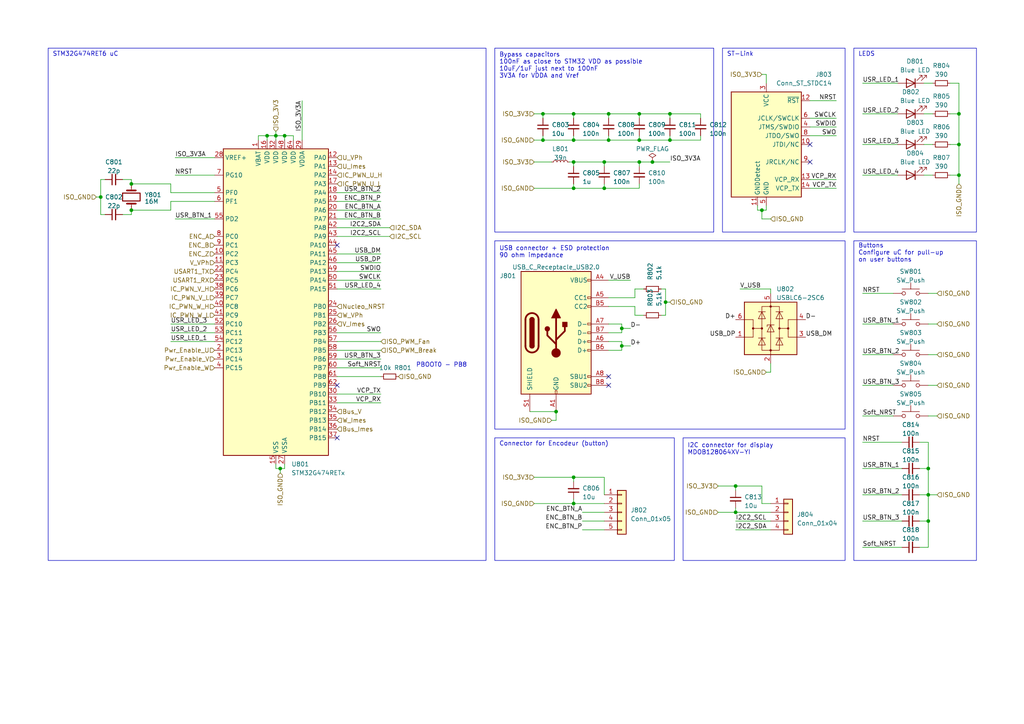
<source format=kicad_sch>
(kicad_sch (version 20230121) (generator eeschema)
  (paper "A4")
  (title_block (title "AAP Inverter") (date "2023-05-01") (company "ENSEA"))
  (lib_symbols
    (symbol "Connector:Conn_ST_STDC14"
      (property "Reference" "J" (at -8.89 16.51 0))
      (property "Value" "Conn_ST_STDC14" (at 17.78 16.51 0))
      (symbol "Conn_ST_STDC14_0_1"
        (rectangle (start -10.16 15.24) (end 10.16 -15.24) (stroke (width 0.254)) (fill (type background)))
      )
      (symbol "Conn_ST_STDC14_1_1"
        (pin no_connect line (at -10.16 5.08 0) (length 2.54) hide (name "NC") (number "1"))
        (pin output line (at 12.7 0 180) (length 2.54) (name "JTDI/NC") (number "10"))
        (pin passive line (at -2.54 -17.78 90) (length 2.54) (name "GNDDetect") (number "11"))
        (pin open_collector line (at 12.7 12.7 180) (length 2.54) (name "~{RST}") (number "12"))
        (pin output line (at 12.7 -10.16 180) (length 2.54) (name "VCP_RX") (number "13"))
        (pin input line (at 12.7 -12.7 180) (length 2.54) (name "VCP_TX") (number "14"))
        (pin no_connect line (at -10.16 2.54 0) (length 2.54) hide (name "NC") (number "2"))
        (pin power_in line (at 0 17.78 270) (length 2.54) (name "VCC") (number "3"))
        (pin bidirectional line (at 12.7 5.08 180) (length 2.54) (name "JTMS/SWDIO") (number "4"))
        (pin power_in line (at 0 -17.78 90) (length 2.54) (name "GND") (number "5"))
        (pin output line (at 12.7 7.62 180) (length 2.54) (name "JCLK/SWCLK") (number "6"))
        (pin passive line (at 0 -17.78 90) (length 2.54) hide (name "GND") (number "7"))
        (pin input line (at 12.7 2.54 180) (length 2.54) (name "JTDO/SWO") (number "8"))
        (pin input line (at 12.7 -5.08 180) (length 2.54) (name "JRCLK/NC") (number "9"))
      )
    )
    (symbol "Connector:USB_C_Receptacle_USB2.0" (pin_names (offset 1.016))
      (property "Reference" "J" (at -10.16 19.05 0))
      (property "Value" "USB_C_Receptacle_USB2.0" (at 19.05 19.05 0))
      (symbol "USB_C_Receptacle_USB2.0_0_0"
        (rectangle (start -0.254 -17.78) (end 0.254 -16.764))
        (rectangle (start 10.16 -14.986) (end 9.144 -15.494))
        (rectangle (start 10.16 -12.446) (end 9.144 -12.954))
        (rectangle (start 10.16 -4.826) (end 9.144 -5.334))
        (rectangle (start 10.16 -2.286) (end 9.144 -2.794))
        (rectangle (start 10.16 0.254) (end 9.144 -0.254))
        (rectangle (start 10.16 2.794) (end 9.144 2.286))
        (rectangle (start 10.16 7.874) (end 9.144 7.366))
        (rectangle (start 10.16 10.414) (end 9.144 9.906))
        (rectangle (start 10.16 15.494) (end 9.144 14.986))
      )
      (symbol "USB_C_Receptacle_USB2.0_0_1"
        (rectangle (start -10.16 17.78) (end 10.16 -17.78) (stroke (width 0.254)) (fill (type background)))
        (arc (start -8.89 -3.81) (mid -6.985 -5.7067) (end -5.08 -3.81) (stroke (width 0.508)))
        (arc (start -7.62 -3.81) (mid -6.985 -4.4423) (end -6.35 -3.81) (stroke (width 0.254)))
        (arc (start -7.62 -3.81) (mid -6.985 -4.4423) (end -6.35 -3.81) (stroke (width 0.254)) (fill (type outline)))
        (rectangle (start -7.62 -3.81) (end -6.35 3.81) (stroke (width 0.254)) (fill (type outline)))
        (arc (start -6.35 3.81) (mid -6.985 4.4423) (end -7.62 3.81) (stroke (width 0.254)))
        (arc (start -6.35 3.81) (mid -6.985 4.4423) (end -7.62 3.81) (stroke (width 0.254)) (fill (type outline)))
        (arc (start -5.08 3.81) (mid -6.985 5.7067) (end -8.89 3.81) (stroke (width 0.508)))
        (circle (center -2.54 1.143) (radius 0.635) (stroke (width 0.254)) (fill (type outline)))
        (circle (center 0 -5.842) (radius 1.27) (fill (type outline)))
        (polyline (pts (xy -8.89 -3.81) (xy -8.89 3.81)) (stroke (width 0.508)))
        (polyline (pts (xy -5.08 3.81) (xy -5.08 -3.81)) (stroke (width 0.508)))
        (polyline (pts (xy 0 -5.842) (xy 0 4.318)) (stroke (width 0.508)))
        (polyline (pts (xy 0 -3.302) (xy -2.54 -0.762) (xy -2.54 0.508)) (stroke (width 0.508)))
        (polyline (pts (xy 0 -2.032) (xy 2.54 0.508) (xy 2.54 1.778)) (stroke (width 0.508)))
        (polyline (pts (xy -1.27 4.318) (xy 0 6.858) (xy 1.27 4.318) (xy -1.27 4.318)) (stroke (width 0.254)) (fill (type outline)))
        (rectangle (start 1.905 1.778) (end 3.175 3.048) (stroke (width 0.254)) (fill (type outline)))
      )
      (symbol "USB_C_Receptacle_USB2.0_1_1"
        (pin passive line (at 0 -22.86 90) (length 5.08) (name "GND") (number "A1"))
        (pin passive line (at 0 -22.86 90) (length 5.08) hide (name "GND") (number "A12"))
        (pin passive line (at 15.24 15.24 180) (length 5.08) (name "VBUS") (number "A4"))
        (pin bidirectional line (at 15.24 10.16 180) (length 5.08) (name "CC1") (number "A5"))
        (pin bidirectional line (at 15.24 -2.54 180) (length 5.08) (name "D+") (number "A6"))
        (pin bidirectional line (at 15.24 2.54 180) (length 5.08) (name "D-") (number "A7"))
        (pin bidirectional line (at 15.24 -12.7 180) (length 5.08) (name "SBU1") (number "A8"))
        (pin passive line (at 15.24 15.24 180) (length 5.08) hide (name "VBUS") (number "A9"))
        (pin passive line (at 0 -22.86 90) (length 5.08) hide (name "GND") (number "B1"))
        (pin passive line (at 0 -22.86 90) (length 5.08) hide (name "GND") (number "B12"))
        (pin passive line (at 15.24 15.24 180) (length 5.08) hide (name "VBUS") (number "B4"))
        (pin bidirectional line (at 15.24 7.62 180) (length 5.08) (name "CC2") (number "B5"))
        (pin bidirectional line (at 15.24 -5.08 180) (length 5.08) (name "D+") (number "B6"))
        (pin bidirectional line (at 15.24 0 180) (length 5.08) (name "D-") (number "B7"))
        (pin bidirectional line (at 15.24 -15.24 180) (length 5.08) (name "SBU2") (number "B8"))
        (pin passive line (at 15.24 15.24 180) (length 5.08) hide (name "VBUS") (number "B9"))
        (pin passive line (at -7.62 -22.86 90) (length 5.08) (name "SHIELD") (number "S1"))
      )
    )
    (symbol "Connector_Generic:Conn_01x04" (pin_names (offset 1.016) hide)
      (property "Reference" "J" (at 0 5.08 0))
      (property "Value" "Conn_01x04" (at 0 -7.62 0))
      (symbol "Conn_01x04_1_1"
        (rectangle (start -1.27 -4.953) (end 0 -5.207) (stroke (width 0.1524)))
        (rectangle (start -1.27 -2.413) (end 0 -2.667) (stroke (width 0.1524)))
        (rectangle (start -1.27 0.127) (end 0 -0.127) (stroke (width 0.1524)))
        (rectangle (start -1.27 2.667) (end 0 2.413) (stroke (width 0.1524)))
        (rectangle (start -1.27 3.81) (end 1.27 -6.35) (stroke (width 0.254)) (fill (type background)))
        (pin passive line (at -5.08 2.54 0) (length 3.81) (name "Pin_1") (number "1"))
        (pin passive line (at -5.08 0 0) (length 3.81) (name "Pin_2") (number "2"))
        (pin passive line (at -5.08 -2.54 0) (length 3.81) (name "Pin_3") (number "3"))
        (pin passive line (at -5.08 -5.08 0) (length 3.81) (name "Pin_4") (number "4"))
      )
    )
    (symbol "Connector_Generic:Conn_01x05" (pin_names (offset 1.016) hide)
      (property "Reference" "J" (at 0 7.62 0))
      (property "Value" "Conn_01x05" (at 0 -7.62 0))
      (symbol "Conn_01x05_1_1"
        (rectangle (start -1.27 -4.953) (end 0 -5.207) (stroke (width 0.1524)))
        (rectangle (start -1.27 -2.413) (end 0 -2.667) (stroke (width 0.1524)))
        (rectangle (start -1.27 0.127) (end 0 -0.127) (stroke (width 0.1524)))
        (rectangle (start -1.27 2.667) (end 0 2.413) (stroke (width 0.1524)))
        (rectangle (start -1.27 5.207) (end 0 4.953) (stroke (width 0.1524)))
        (rectangle (start -1.27 6.35) (end 1.27 -6.35) (stroke (width 0.254)) (fill (type background)))
        (pin passive line (at -5.08 5.08 0) (length 3.81) (name "Pin_1") (number "1"))
        (pin passive line (at -5.08 2.54 0) (length 3.81) (name "Pin_2") (number "2"))
        (pin passive line (at -5.08 0 0) (length 3.81) (name "Pin_3") (number "3"))
        (pin passive line (at -5.08 -2.54 0) (length 3.81) (name "Pin_4") (number "4"))
        (pin passive line (at -5.08 -5.08 0) (length 3.81) (name "Pin_5") (number "5"))
      )
    )
    (symbol "Device:C_Small" (pin_numbers hide) (pin_names (offset 0.254) hide)
      (property "Reference" "C" (at 0.254 1.778 0))
      (property "Value" "C_Small" (at 0.254 -2.032 0))
      (symbol "C_Small_0_1"
        (polyline (pts (xy -1.524 -0.508) (xy 1.524 -0.508)) (stroke (width 0.3302)))
        (polyline (pts (xy -1.524 0.508) (xy 1.524 0.508)) (stroke (width 0.3048)))
      )
      (symbol "C_Small_1_1"
        (pin passive line (at 0 2.54 270) (length 2.032) (name "~") (number "1"))
        (pin passive line (at 0 -2.54 90) (length 2.032) (name "~") (number "2"))
      )
    )
    (symbol "Device:Crystal" (pin_numbers hide) (pin_names (offset 1.016) hide)
      (property "Reference" "Y" (at 0 3.81 0))
      (property "Value" "Crystal" (at 0 -3.81 0))
      (symbol "Crystal_0_1"
        (rectangle (start -1.143 2.54) (end 1.143 -2.54) (stroke (width 0.3048)))
        (polyline (pts (xy -2.54 0) (xy -1.905 0)))
        (polyline (pts (xy -1.905 -1.27) (xy -1.905 1.27)) (stroke (width 0.508)))
        (polyline (pts (xy 1.905 -1.27) (xy 1.905 1.27)) (stroke (width 0.508)))
        (polyline (pts (xy 2.54 0) (xy 1.905 0)))
      )
      (symbol "Crystal_1_1"
        (pin passive line (at -3.81 0 0) (length 1.27) (name "1") (number "1"))
        (pin passive line (at 3.81 0 180) (length 1.27) (name "2") (number "2"))
      )
    )
    (symbol "Device:LED" (pin_numbers hide) (pin_names (offset 1.016) hide)
      (property "Reference" "D" (at 0 2.54 0))
      (property "Value" "LED" (at 0 -2.54 0))
      (symbol "LED_0_1"
        (polyline (pts (xy -1.27 -1.27) (xy -1.27 1.27)) (stroke (width 0.254)))
        (polyline (pts (xy -1.27 0) (xy 1.27 0)))
        (polyline (pts (xy 1.27 -1.27) (xy 1.27 1.27) (xy -1.27 0) (xy 1.27 -1.27)) (stroke (width 0.254)))
        (polyline (pts (xy -3.048 -0.762) (xy -4.572 -2.286) (xy -3.81 -2.286) (xy -4.572 -2.286) (xy -4.572 -1.524)))
        (polyline (pts (xy -1.778 -0.762) (xy -3.302 -2.286) (xy -2.54 -2.286) (xy -3.302 -2.286) (xy -3.302 -1.524)))
      )
      (symbol "LED_1_1"
        (pin passive line (at -3.81 0 0) (length 2.54) (name "K") (number "1"))
        (pin passive line (at 3.81 0 180) (length 2.54) (name "A") (number "2"))
      )
    )
    (symbol "Device:L_Small" (pin_numbers hide) (pin_names (offset 0.254) hide)
      (property "Reference" "L" (at 0.762 1.016 0))
      (property "Value" "L_Small" (at 0.762 -1.016 0))
      (symbol "L_Small_0_1"
        (arc (start 0 -2.032) (mid 0.5058 -1.524) (end 0 -1.016))
        (arc (start 0 -1.016) (mid 0.5058 -0.508) (end 0 0))
        (arc (start 0 0) (mid 0.5058 0.508) (end 0 1.016))
        (arc (start 0 1.016) (mid 0.5058 1.524) (end 0 2.032))
      )
      (symbol "L_Small_1_1"
        (pin passive line (at 0 2.54 270) (length 0.508) (name "~") (number "1"))
        (pin passive line (at 0 -2.54 90) (length 0.508) (name "~") (number "2"))
      )
    )
    (symbol "Device:R_Small" (pin_numbers hide) (pin_names (offset 0.254) hide)
      (property "Reference" "R" (at 0.762 0.508 0))
      (property "Value" "R_Small" (at 0.762 -1.016 0))
      (symbol "R_Small_0_1"
        (rectangle (start -0.762 1.778) (end 0.762 -1.778) (stroke (width 0.2032)))
      )
      (symbol "R_Small_1_1"
        (pin passive line (at 0 2.54 270) (length 0.762) (name "~") (number "1"))
        (pin passive line (at 0 -2.54 90) (length 0.762) (name "~") (number "2"))
      )
    )
    (symbol "MCU_ST_STM32G4:STM32G474RETx"
      (property "Reference" "U" (at -15.24 46.99 0))
      (property "Value" "STM32G474RETx" (at 10.16 46.99 0))
      (symbol "STM32G474RETx_0_1"
        (rectangle (start -15.24 -43.18) (end 15.24 45.72) (stroke (width 0.254)) (fill (type background)))
      )
      (symbol "STM32G474RETx_1_1"
        (pin power_in line (at -5.08 48.26 270) (length 2.54) (name "VBAT") (number "1"))
        (pin bidirectional line (at -17.78 15.24 0) (length 2.54) (name "PC2") (number "10"))
        (pin bidirectional line (at -17.78 12.7 0) (length 2.54) (name "PC3") (number "11"))
        (pin bidirectional line (at 17.78 43.18 180) (length 2.54) (name "PA0") (number "12"))
        (pin bidirectional line (at 17.78 40.64 180) (length 2.54) (name "PA1") (number "13"))
        (pin bidirectional line (at 17.78 38.1 180) (length 2.54) (name "PA2") (number "14"))
        (pin power_in line (at 0 -45.72 90) (length 2.54) (name "VSS") (number "15"))
        (pin power_in line (at -2.54 48.26 270) (length 2.54) (name "VDD") (number "16"))
        (pin bidirectional line (at 17.78 35.56 180) (length 2.54) (name "PA3") (number "17"))
        (pin bidirectional line (at 17.78 33.02 180) (length 2.54) (name "PA4") (number "18"))
        (pin bidirectional line (at 17.78 30.48 180) (length 2.54) (name "PA5") (number "19"))
        (pin bidirectional line (at -17.78 -12.7 0) (length 2.54) (name "PC13") (number "2"))
        (pin bidirectional line (at 17.78 27.94 180) (length 2.54) (name "PA6") (number "20"))
        (pin bidirectional line (at 17.78 25.4 180) (length 2.54) (name "PA7") (number "21"))
        (pin bidirectional line (at -17.78 10.16 0) (length 2.54) (name "PC4") (number "22"))
        (pin bidirectional line (at -17.78 7.62 0) (length 2.54) (name "PC5") (number "23"))
        (pin bidirectional line (at 17.78 0 180) (length 2.54) (name "PB0") (number "24"))
        (pin bidirectional line (at 17.78 -2.54 180) (length 2.54) (name "PB1") (number "25"))
        (pin bidirectional line (at 17.78 -5.08 180) (length 2.54) (name "PB2") (number "26"))
        (pin power_in line (at 2.54 -45.72 90) (length 2.54) (name "VSSA") (number "27"))
        (pin input line (at -17.78 43.18 0) (length 2.54) (name "VREF+") (number "28"))
        (pin power_in line (at 7.62 48.26 270) (length 2.54) (name "VDDA") (number "29"))
        (pin bidirectional line (at -17.78 -15.24 0) (length 2.54) (name "PC14") (number "3"))
        (pin bidirectional line (at 17.78 -25.4 180) (length 2.54) (name "PB10") (number "30"))
        (pin passive line (at 0 -45.72 90) (length 2.54) hide (name "VSS") (number "31"))
        (pin power_in line (at 0 48.26 270) (length 2.54) (name "VDD") (number "32"))
        (pin bidirectional line (at 17.78 -27.94 180) (length 2.54) (name "PB11") (number "33"))
        (pin bidirectional line (at 17.78 -30.48 180) (length 2.54) (name "PB12") (number "34"))
        (pin bidirectional line (at 17.78 -33.02 180) (length 2.54) (name "PB13") (number "35"))
        (pin bidirectional line (at 17.78 -35.56 180) (length 2.54) (name "PB14") (number "36"))
        (pin bidirectional line (at 17.78 -38.1 180) (length 2.54) (name "PB15") (number "37"))
        (pin bidirectional line (at -17.78 5.08 0) (length 2.54) (name "PC6") (number "38"))
        (pin bidirectional line (at -17.78 2.54 0) (length 2.54) (name "PC7") (number "39"))
        (pin bidirectional line (at -17.78 -17.78 0) (length 2.54) (name "PC15") (number "4"))
        (pin bidirectional line (at -17.78 0 0) (length 2.54) (name "PC8") (number "40"))
        (pin bidirectional line (at -17.78 -2.54 0) (length 2.54) (name "PC9") (number "41"))
        (pin bidirectional line (at 17.78 22.86 180) (length 2.54) (name "PA8") (number "42"))
        (pin bidirectional line (at 17.78 20.32 180) (length 2.54) (name "PA9") (number "43"))
        (pin bidirectional line (at 17.78 17.78 180) (length 2.54) (name "PA10") (number "44"))
        (pin bidirectional line (at 17.78 15.24 180) (length 2.54) (name "PA11") (number "45"))
        (pin bidirectional line (at 17.78 12.7 180) (length 2.54) (name "PA12") (number "46"))
        (pin passive line (at 0 -45.72 90) (length 2.54) hide (name "VSS") (number "47"))
        (pin power_in line (at 2.54 48.26 270) (length 2.54) (name "VDD") (number "48"))
        (pin bidirectional line (at 17.78 10.16 180) (length 2.54) (name "PA13") (number "49"))
        (pin bidirectional line (at -17.78 33.02 0) (length 2.54) (name "PF0") (number "5"))
        (pin bidirectional line (at 17.78 7.62 180) (length 2.54) (name "PA14") (number "50"))
        (pin bidirectional line (at 17.78 5.08 180) (length 2.54) (name "PA15") (number "51"))
        (pin bidirectional line (at -17.78 -5.08 0) (length 2.54) (name "PC10") (number "52"))
        (pin bidirectional line (at -17.78 -7.62 0) (length 2.54) (name "PC11") (number "53"))
        (pin bidirectional line (at -17.78 -10.16 0) (length 2.54) (name "PC12") (number "54"))
        (pin bidirectional line (at -17.78 25.4 0) (length 2.54) (name "PD2") (number "55"))
        (pin bidirectional line (at 17.78 -7.62 180) (length 2.54) (name "PB3") (number "56"))
        (pin bidirectional line (at 17.78 -10.16 180) (length 2.54) (name "PB4") (number "57"))
        (pin bidirectional line (at 17.78 -12.7 180) (length 2.54) (name "PB5") (number "58"))
        (pin bidirectional line (at 17.78 -15.24 180) (length 2.54) (name "PB6") (number "59"))
        (pin bidirectional line (at -17.78 30.48 0) (length 2.54) (name "PF1") (number "6"))
        (pin bidirectional line (at 17.78 -17.78 180) (length 2.54) (name "PB7") (number "60"))
        (pin bidirectional line (at 17.78 -20.32 180) (length 2.54) (name "PB8") (number "61"))
        (pin bidirectional line (at 17.78 -22.86 180) (length 2.54) (name "PB9") (number "62"))
        (pin passive line (at 0 -45.72 90) (length 2.54) hide (name "VSS") (number "63"))
        (pin power_in line (at 5.08 48.26 270) (length 2.54) (name "VDD") (number "64"))
        (pin bidirectional line (at -17.78 38.1 0) (length 2.54) (name "PG10") (number "7"))
        (pin bidirectional line (at -17.78 20.32 0) (length 2.54) (name "PC0") (number "8"))
        (pin bidirectional line (at -17.78 17.78 0) (length 2.54) (name "PC1") (number "9"))
      )
    )
    (symbol "Power_Protection:USBLC6-2SC6" (pin_names hide)
      (property "Reference" "U" (at 2.54 8.89 0))
      (property "Value" "USBLC6-2SC6" (at 2.54 -8.89 0))
      (symbol "USBLC6-2SC6_0_1"
        (rectangle (start -7.62 -7.62) (end 7.62 7.62) (stroke (width 0.254)) (fill (type background)))
        (circle (center -5.08 0) (radius 0.254) (fill (type outline)))
        (circle (center -2.54 0) (radius 0.254) (fill (type outline)))
        (rectangle (start -2.54 6.35) (end 2.54 -6.35))
        (circle (center 0 -6.35) (radius 0.254) (fill (type outline)))
        (polyline (pts (xy -5.08 -2.54) (xy -7.62 -2.54)))
        (polyline (pts (xy -5.08 0) (xy -5.08 -2.54)))
        (polyline (pts (xy -5.08 2.54) (xy -7.62 2.54)))
        (polyline (pts (xy -1.524 -2.794) (xy -3.556 -2.794)))
        (polyline (pts (xy -1.524 4.826) (xy -3.556 4.826)))
        (polyline (pts (xy 0 -7.62) (xy 0 -6.35)))
        (polyline (pts (xy 0 -6.35) (xy 0 1.27)))
        (polyline (pts (xy 0 1.27) (xy 0 6.35)))
        (polyline (pts (xy 0 6.35) (xy 0 7.62)))
        (polyline (pts (xy 1.524 -2.794) (xy 3.556 -2.794)))
        (polyline (pts (xy 1.524 4.826) (xy 3.556 4.826)))
        (polyline (pts (xy 5.08 -2.54) (xy 7.62 -2.54)))
        (polyline (pts (xy 5.08 0) (xy 5.08 -2.54)))
        (polyline (pts (xy 5.08 2.54) (xy 7.62 2.54)))
        (polyline (pts (xy -2.54 0) (xy -5.08 0) (xy -5.08 2.54)))
        (polyline (pts (xy 2.54 0) (xy 5.08 0) (xy 5.08 2.54)))
        (polyline (pts (xy -3.556 -4.826) (xy -1.524 -4.826) (xy -2.54 -2.794) (xy -3.556 -4.826)))
        (polyline (pts (xy -3.556 2.794) (xy -1.524 2.794) (xy -2.54 4.826) (xy -3.556 2.794)))
        (polyline (pts (xy -1.016 -1.016) (xy 1.016 -1.016) (xy 0 1.016) (xy -1.016 -1.016)))
        (polyline (pts (xy 1.016 1.016) (xy 0.762 1.016) (xy -1.016 1.016) (xy -1.016 0.508)))
        (polyline (pts (xy 3.556 -4.826) (xy 1.524 -4.826) (xy 2.54 -2.794) (xy 3.556 -4.826)))
        (polyline (pts (xy 3.556 2.794) (xy 1.524 2.794) (xy 2.54 4.826) (xy 3.556 2.794)))
        (circle (center 0 6.35) (radius 0.254) (fill (type outline)))
        (circle (center 2.54 0) (radius 0.254) (fill (type outline)))
        (circle (center 5.08 0) (radius 0.254) (fill (type outline)))
      )
      (symbol "USBLC6-2SC6_1_1"
        (pin passive line (at -10.16 -2.54 0) (length 2.54) (name "I/O1") (number "1"))
        (pin passive line (at 0 -10.16 90) (length 2.54) (name "GND") (number "2"))
        (pin passive line (at 10.16 -2.54 180) (length 2.54) (name "I/O2") (number "3"))
        (pin passive line (at 10.16 2.54 180) (length 2.54) (name "I/O2") (number "4"))
        (pin passive line (at 0 10.16 270) (length 2.54) (name "VBUS") (number "5"))
        (pin passive line (at -10.16 2.54 0) (length 2.54) (name "I/O1") (number "6"))
      )
    )
    (symbol "Switch:SW_Push" (pin_numbers hide) (pin_names (offset 1.016) hide)
      (property "Reference" "SW" (at 1.27 2.54 0))
      (property "Value" "SW_Push" (at 0 -1.524 0))
      (symbol "SW_Push_0_1"
        (circle (center -2.032 0) (radius 0.508))
        (polyline (pts (xy 0 1.27) (xy 0 3.048)))
        (polyline (pts (xy 2.54 1.27) (xy -2.54 1.27)))
        (circle (center 2.032 0) (radius 0.508))
        (pin passive line (at -5.08 0 0) (length 2.54) (name "1") (number "1"))
        (pin passive line (at 5.08 0 180) (length 2.54) (name "2") (number "2"))
      )
    )
    (symbol "power:PWR_FLAG" (power) (pin_numbers hide) (pin_names (offset 0) hide)
      (property "Value" "PWR_FLAG" (at 0 3.81 0))
      (symbol "PWR_FLAG_0_0"
        (pin power_out line (at 0 0 90) (length 0) (name "pwr") (number "1"))
      )
      (symbol "PWR_FLAG_0_1"
        (polyline (pts (xy 0 0) (xy 0 1.27) (xy -1.016 1.905) (xy 0 2.54) (xy 1.016 1.905) (xy 0 1.27)))
      )
    )
  )
  (junction (at 161.29 119.38))
  (junction (at 175.26 46.99))
  (junction (at 180.34 100.33))
  (junction (at 77.47 39.37))
  (junction (at 193.04 87.63))
  (junction (at 269.24 151.13))
  (junction (at 38.1 60.96))
  (junction (at 269.24 135.89))
  (junction (at 29.21 57.15))
  (junction (at 213.36 148.59))
  (junction (at 180.34 95.25))
  (junction (at 185.42 33.02))
  (junction (at 220.98 60.96))
  (junction (at 166.37 46.99))
  (junction (at 278.13 33.02))
  (junction (at 166.37 146.05))
  (junction (at 278.13 50.8))
  (junction (at 194.31 40.64))
  (junction (at 175.26 54.61))
  (junction (at 166.37 40.64))
  (junction (at 166.37 138.43))
  (junction (at 81.28 135.89))
  (junction (at 185.42 46.99))
  (junction (at 38.1 53.34))
  (junction (at 176.53 33.02))
  (junction (at 189.23 46.99))
  (junction (at 82.55 39.37))
  (junction (at 166.37 54.61))
  (junction (at 194.31 33.02))
  (junction (at 157.48 40.64))
  (junction (at 269.24 143.51))
  (junction (at 176.53 40.64))
  (junction (at 185.42 40.64))
  (junction (at 166.37 33.02))
  (junction (at 80.01 39.37))
  (junction (at 157.48 33.02))
  (junction (at 278.13 41.91))
  (junction (at 213.36 140.97))
  (no_connect (at 97.79 111.76))
  (no_connect (at 234.95 46.99))
  (no_connect (at 97.79 71.12))
  (no_connect (at 97.79 127))
  (no_connect (at 176.53 111.76))
  (no_connect (at 176.53 109.22))
  (no_connect (at 234.95 41.91))
  (wire (pts (xy 208.28 140.97) (xy 213.36 140.97)))
  (wire (pts (xy 194.31 33.02) (xy 194.31 34.29)))
  (wire (pts (xy 220.98 63.5) (xy 220.98 60.96)))
  (wire (pts (xy 80.01 38.1) (xy 80.01 39.37)))
  (wire (pts (xy 250.19 143.51) (xy 261.62 143.51)))
  (wire (pts (xy 97.79 55.88) (xy 110.49 55.88)))
  (wire (pts (xy 250.19 128.27) (xy 261.62 128.27)))
  (wire (pts (xy 161.29 119.38) (xy 161.29 121.92)))
  (wire (pts (xy 49.53 55.88) (xy 62.23 55.88)))
  (wire (pts (xy 185.42 53.34) (xy 185.42 54.61)))
  (wire (pts (xy 50.8 45.72) (xy 62.23 45.72)))
  (wire (pts (xy 203.2 33.02) (xy 203.2 34.29)))
  (wire (pts (xy 250.19 41.91) (xy 260.35 41.91)))
  (wire (pts (xy 175.26 46.99) (xy 185.42 46.99)))
  (wire (pts (xy 275.59 41.91) (xy 278.13 41.91)))
  (wire (pts (xy 266.7 158.75) (xy 269.24 158.75)))
  (wire (pts (xy 154.94 146.05) (xy 166.37 146.05)))
  (wire (pts (xy 269.24 120.65) (xy 271.78 120.65)))
  (wire (pts (xy 269.24 143.51) (xy 269.24 135.89)))
  (wire (pts (xy 175.26 53.34) (xy 175.26 54.61)))
  (wire (pts (xy 49.53 96.52) (xy 62.23 96.52)))
  (wire (pts (xy 176.53 81.28) (xy 182.88 81.28)))
  (wire (pts (xy 110.49 99.06) (xy 97.79 99.06)))
  (wire (pts (xy 269.24 111.76) (xy 271.78 111.76)))
  (wire (pts (xy 175.26 54.61) (xy 166.37 54.61)))
  (wire (pts (xy 213.36 140.97) (xy 213.36 142.24)))
  (wire (pts (xy 269.24 128.27) (xy 266.7 128.27)))
  (wire (pts (xy 275.59 33.02) (xy 278.13 33.02)))
  (wire (pts (xy 269.24 158.75) (xy 269.24 151.13)))
  (wire (pts (xy 80.01 39.37) (xy 80.01 40.64)))
  (wire (pts (xy 110.49 104.14) (xy 97.79 104.14)))
  (wire (pts (xy 97.79 78.74) (xy 110.49 78.74)))
  (wire (pts (xy 157.48 33.02) (xy 166.37 33.02)))
  (wire (pts (xy 180.34 99.06) (xy 180.34 100.33)))
  (wire (pts (xy 194.31 33.02) (xy 203.2 33.02)))
  (wire (pts (xy 166.37 144.78) (xy 166.37 146.05)))
  (wire (pts (xy 38.1 53.34) (xy 38.1 52.07)))
  (wire (pts (xy 271.78 85.09) (xy 269.24 85.09)))
  (wire (pts (xy 97.79 116.84) (xy 110.49 116.84)))
  (wire (pts (xy 166.37 40.64) (xy 157.48 40.64)))
  (wire (pts (xy 50.8 50.8) (xy 62.23 50.8)))
  (wire (pts (xy 74.93 40.64) (xy 74.93 39.37)))
  (wire (pts (xy 193.04 83.82) (xy 191.77 83.82)))
  (wire (pts (xy 213.36 153.67) (xy 223.52 153.67)))
  (wire (pts (xy 176.53 96.52) (xy 180.34 96.52)))
  (wire (pts (xy 234.95 52.07) (xy 242.57 52.07)))
  (wire (pts (xy 220.98 21.59) (xy 222.25 21.59)))
  (wire (pts (xy 194.31 87.63) (xy 193.04 87.63)))
  (wire (pts (xy 97.79 73.66) (xy 110.49 73.66)))
  (wire (pts (xy 250.19 120.65) (xy 259.08 120.65)))
  (wire (pts (xy 267.97 33.02) (xy 270.51 33.02)))
  (wire (pts (xy 166.37 39.37) (xy 166.37 40.64)))
  (wire (pts (xy 175.26 151.13) (xy 168.91 151.13)))
  (wire (pts (xy 176.53 99.06) (xy 180.34 99.06)))
  (wire (pts (xy 269.24 151.13) (xy 269.24 143.51)))
  (wire (pts (xy 180.34 93.98) (xy 180.34 95.25)))
  (wire (pts (xy 234.95 39.37) (xy 242.57 39.37)))
  (wire (pts (xy 213.36 140.97) (xy 220.98 140.97)))
  (wire (pts (xy 184.15 91.44) (xy 184.15 88.9)))
  (wire (pts (xy 278.13 24.13) (xy 278.13 33.02)))
  (wire (pts (xy 250.19 33.02) (xy 260.35 33.02)))
  (wire (pts (xy 176.53 39.37) (xy 176.53 40.64)))
  (wire (pts (xy 193.04 91.44) (xy 193.04 87.63)))
  (wire (pts (xy 220.98 60.96) (xy 222.25 60.96)))
  (wire (pts (xy 234.95 36.83) (xy 242.57 36.83)))
  (wire (pts (xy 29.21 62.23) (xy 30.48 62.23)))
  (wire (pts (xy 269.24 102.87) (xy 271.78 102.87)))
  (wire (pts (xy 275.59 50.8) (xy 278.13 50.8)))
  (wire (pts (xy 222.25 21.59) (xy 222.25 24.13)))
  (wire (pts (xy 82.55 39.37) (xy 85.09 39.37)))
  (wire (pts (xy 49.53 60.96) (xy 38.1 60.96)))
  (wire (pts (xy 38.1 60.96) (xy 38.1 62.23)))
  (wire (pts (xy 166.37 53.34) (xy 166.37 54.61)))
  (wire (pts (xy 27.94 57.15) (xy 29.21 57.15)))
  (wire (pts (xy 250.19 93.98) (xy 259.08 93.98)))
  (wire (pts (xy 35.56 52.07) (xy 38.1 52.07)))
  (wire (pts (xy 214.63 83.82) (xy 223.52 83.82)))
  (wire (pts (xy 110.49 83.82) (xy 97.79 83.82)))
  (wire (pts (xy 154.94 46.99) (xy 160.02 46.99)))
  (wire (pts (xy 222.25 59.69) (xy 222.25 60.96)))
  (wire (pts (xy 97.79 60.96) (xy 110.49 60.96)))
  (wire (pts (xy 81.28 135.89) (xy 81.28 137.16)))
  (wire (pts (xy 266.7 135.89) (xy 269.24 135.89)))
  (wire (pts (xy 219.71 60.96) (xy 219.71 59.69)))
  (wire (pts (xy 161.29 121.92) (xy 160.02 121.92)))
  (wire (pts (xy 191.77 91.44) (xy 193.04 91.44)))
  (wire (pts (xy 269.24 93.98) (xy 271.78 93.98)))
  (wire (pts (xy 49.53 93.98) (xy 62.23 93.98)))
  (wire (pts (xy 175.26 148.59) (xy 168.91 148.59)))
  (wire (pts (xy 275.59 24.13) (xy 278.13 24.13)))
  (wire (pts (xy 185.42 33.02) (xy 194.31 33.02)))
  (wire (pts (xy 50.8 63.5) (xy 62.23 63.5)))
  (wire (pts (xy 250.19 50.8) (xy 260.35 50.8)))
  (wire (pts (xy 175.26 54.61) (xy 185.42 54.61)))
  (wire (pts (xy 97.79 114.3) (xy 110.49 114.3)))
  (wire (pts (xy 154.94 54.61) (xy 166.37 54.61)))
  (wire (pts (xy 175.26 153.67) (xy 168.91 153.67)))
  (wire (pts (xy 85.09 39.37) (xy 85.09 40.64)))
  (wire (pts (xy 49.53 53.34) (xy 38.1 53.34)))
  (wire (pts (xy 166.37 46.99) (xy 175.26 46.99)))
  (wire (pts (xy 180.34 100.33) (xy 182.88 100.33)))
  (wire (pts (xy 185.42 39.37) (xy 185.42 40.64)))
  (wire (pts (xy 185.42 48.26) (xy 185.42 46.99)))
  (wire (pts (xy 110.49 106.68) (xy 97.79 106.68)))
  (wire (pts (xy 250.19 85.09) (xy 259.08 85.09)))
  (wire (pts (xy 269.24 135.89) (xy 269.24 128.27)))
  (wire (pts (xy 166.37 33.02) (xy 166.37 34.29)))
  (wire (pts (xy 185.42 46.99) (xy 189.23 46.99)))
  (wire (pts (xy 157.48 40.64) (xy 157.48 39.37)))
  (wire (pts (xy 176.53 88.9) (xy 184.15 88.9)))
  (wire (pts (xy 82.55 134.62) (xy 82.55 135.89)))
  (wire (pts (xy 213.36 151.13) (xy 223.52 151.13)))
  (wire (pts (xy 267.97 24.13) (xy 270.51 24.13)))
  (wire (pts (xy 213.36 147.32) (xy 213.36 148.59)))
  (wire (pts (xy 180.34 93.98) (xy 176.53 93.98)))
  (wire (pts (xy 81.28 135.89) (xy 82.55 135.89)))
  (wire (pts (xy 234.95 54.61) (xy 242.57 54.61)))
  (wire (pts (xy 80.01 134.62) (xy 80.01 135.89)))
  (wire (pts (xy 110.49 109.22) (xy 97.79 109.22)))
  (wire (pts (xy 222.25 107.95) (xy 223.52 107.95)))
  (wire (pts (xy 250.19 158.75) (xy 261.62 158.75)))
  (wire (pts (xy 97.79 96.52) (xy 110.49 96.52)))
  (wire (pts (xy 213.36 148.59) (xy 223.52 148.59)))
  (wire (pts (xy 267.97 50.8) (xy 270.51 50.8)))
  (wire (pts (xy 266.7 143.51) (xy 269.24 143.51)))
  (wire (pts (xy 49.53 58.42) (xy 62.23 58.42)))
  (wire (pts (xy 49.53 99.06) (xy 62.23 99.06)))
  (wire (pts (xy 180.34 95.25) (xy 182.88 95.25)))
  (wire (pts (xy 29.21 57.15) (xy 29.21 62.23)))
  (wire (pts (xy 29.21 52.07) (xy 29.21 57.15)))
  (wire (pts (xy 97.79 66.04) (xy 113.03 66.04)))
  (wire (pts (xy 166.37 138.43) (xy 166.37 139.7)))
  (wire (pts (xy 223.52 83.82) (xy 223.52 85.09)))
  (wire (pts (xy 234.95 34.29) (xy 242.57 34.29)))
  (wire (pts (xy 176.53 33.02) (xy 176.53 34.29)))
  (wire (pts (xy 189.23 46.99) (xy 194.31 46.99)))
  (wire (pts (xy 267.97 41.91) (xy 270.51 41.91)))
  (wire (pts (xy 176.53 101.6) (xy 180.34 101.6)))
  (wire (pts (xy 30.48 52.07) (xy 29.21 52.07)))
  (wire (pts (xy 176.53 86.36) (xy 184.15 86.36)))
  (wire (pts (xy 166.37 48.26) (xy 166.37 46.99)))
  (wire (pts (xy 175.26 46.99) (xy 175.26 48.26)))
  (wire (pts (xy 220.98 60.96) (xy 219.71 60.96)))
  (wire (pts (xy 166.37 40.64) (xy 176.53 40.64)))
  (wire (pts (xy 278.13 41.91) (xy 278.13 50.8)))
  (wire (pts (xy 49.53 55.88) (xy 49.53 53.34)))
  (wire (pts (xy 278.13 33.02) (xy 278.13 41.91)))
  (wire (pts (xy 250.19 151.13) (xy 261.62 151.13)))
  (wire (pts (xy 97.79 63.5) (xy 110.49 63.5)))
  (wire (pts (xy 97.79 81.28) (xy 110.49 81.28)))
  (wire (pts (xy 97.79 76.2) (xy 110.49 76.2)))
  (wire (pts (xy 157.48 34.29) (xy 157.48 33.02)))
  (wire (pts (xy 166.37 138.43) (xy 175.26 138.43)))
  (wire (pts (xy 266.7 151.13) (xy 269.24 151.13)))
  (wire (pts (xy 74.93 39.37) (xy 77.47 39.37)))
  (wire (pts (xy 223.52 63.5) (xy 220.98 63.5)))
  (wire (pts (xy 194.31 39.37) (xy 194.31 40.64)))
  (wire (pts (xy 184.15 91.44) (xy 186.69 91.44)))
  (wire (pts (xy 250.19 102.87) (xy 259.08 102.87)))
  (wire (pts (xy 97.79 58.42) (xy 110.49 58.42)))
  (wire (pts (xy 203.2 39.37) (xy 203.2 40.64)))
  (wire (pts (xy 185.42 40.64) (xy 194.31 40.64)))
  (wire (pts (xy 250.19 24.13) (xy 260.35 24.13)))
  (wire (pts (xy 77.47 39.37) (xy 80.01 39.37)))
  (wire (pts (xy 176.53 33.02) (xy 185.42 33.02)))
  (wire (pts (xy 166.37 33.02) (xy 176.53 33.02)))
  (wire (pts (xy 80.01 39.37) (xy 82.55 39.37)))
  (wire (pts (xy 220.98 140.97) (xy 220.98 146.05)))
  (wire (pts (xy 208.28 148.59) (xy 213.36 148.59)))
  (wire (pts (xy 35.56 62.23) (xy 38.1 62.23)))
  (wire (pts (xy 153.67 119.38) (xy 161.29 119.38)))
  (wire (pts (xy 184.15 86.36) (xy 184.15 83.82)))
  (wire (pts (xy 166.37 146.05) (xy 175.26 146.05)))
  (wire (pts (xy 184.15 83.82) (xy 186.69 83.82)))
  (wire (pts (xy 82.55 39.37) (xy 82.55 40.64)))
  (wire (pts (xy 250.19 111.76) (xy 259.08 111.76)))
  (wire (pts (xy 203.2 40.64) (xy 194.31 40.64)))
  (wire (pts (xy 77.47 40.64) (xy 77.47 39.37)))
  (wire (pts (xy 250.19 135.89) (xy 261.62 135.89)))
  (wire (pts (xy 234.95 29.21) (xy 242.57 29.21)))
  (wire (pts (xy 269.24 143.51) (xy 271.78 143.51)))
  (wire (pts (xy 180.34 95.25) (xy 180.34 96.52)))
  (wire (pts (xy 220.98 146.05) (xy 223.52 146.05)))
  (wire (pts (xy 80.01 135.89) (xy 81.28 135.89)))
  (wire (pts (xy 176.53 40.64) (xy 185.42 40.64)))
  (wire (pts (xy 166.37 46.99) (xy 165.1 46.99)))
  (wire (pts (xy 175.26 138.43) (xy 175.26 143.51)))
  (wire (pts (xy 154.94 138.43) (xy 166.37 138.43)))
  (wire (pts (xy 185.42 33.02) (xy 185.42 34.29)))
  (wire (pts (xy 193.04 87.63) (xy 193.04 83.82)))
  (wire (pts (xy 154.94 40.64) (xy 157.48 40.64)))
  (wire (pts (xy 97.79 68.58) (xy 113.03 68.58)))
  (wire (pts (xy 110.49 101.6) (xy 97.79 101.6)))
  (wire (pts (xy 180.34 100.33) (xy 180.34 101.6)))
  (wire (pts (xy 154.94 33.02) (xy 157.48 33.02)))
  (wire (pts (xy 49.53 58.42) (xy 49.53 60.96)))
  (wire (pts (xy 223.52 107.95) (xy 223.52 105.41)))
  (wire (pts (xy 87.63 29.21) (xy 87.63 40.64)))
  (wire (pts (xy 278.13 50.8) (xy 278.13 53.34)))
  (rectangle (start 13.97 13.97) (end 140.97 162.56))
  (rectangle (start 143.51 127) (end 195.58 162.56))
  (rectangle (start 143.51 13.97) (end 207.01 67.31))
  (rectangle (start 247.65 69.85) (end 283.21 162.56))
  (rectangle (start 247.65 13.97) (end 283.21 67.31))
  (rectangle (start 209.55 13.97) (end 245.11 67.31))
  (rectangle (start 143.51 69.85) (end 245.11 124.46))
  (rectangle (start 198.12 127) (end 245.11 162.56))
  (text "USB connector + ESD protection\n90 ohm impedance" (at 144.78 74.93 0) (effects (font (size 1.27 1.27)) (justify left bottom)))
  (text "ST-Link\n" (at 210.82 16.51 0) (effects (font (size 1.27 1.27)) (justify left bottom)))
  (text "Bypass capacitors\n100nF as close to STM32 VDD as possible\n10uF/1uF just next to 100nF\n3V3A for VDDA and Vref\n" (at 144.78 22.86 0) (effects (font (size 1.27 1.27)) (justify left bottom)))
  (text "Connector for Encodeur (button)" (at 144.78 129.54 0) (effects (font (size 1.27 1.27)) (justify left bottom)))
  (text "Buttons\nConfigure uC for pull-up \non user buttons" (at 248.92 76.2 0) (effects (font (size 1.27 1.27)) (justify left bottom)))
  (text "I2C connector for display\nMDOB128064XV-YI" (at 199.39 132.08 0) (effects (font (size 1.27 1.27)) (justify left bottom)))
  (text "PBOOT0 - PB8\n" (at 120.65 106.68 0) (effects (font (size 1.27 1.27)) (justify left bottom)))
  (text "STM32G474RET6 uC" (at 15.24 16.51 0) (effects (font (size 1.27 1.27)) (justify left bottom)))
  (text "LEDS\n" (at 248.92 16.51 0) (effects (font (size 1.27 1.27)) (justify left bottom)))
  (label "USR_BTN_1" (at 250.19 135.89 0))
  (label "D-" (at 233.68 92.71 0))
  (label "NRST" (at 50.8 50.8 0))
  (label "USB_DP" (at 213.36 97.79 180))
  (label "I2C2_SCL" (at 213.36 151.13 0))
  (label "ISO_3V3A" (at 50.8 45.72 0))
  (label "USR_LED_4" (at 110.49 83.82 180))
  (label "USB_DP" (at 110.49 76.2 180))
  (label "USR_LED_4" (at 250.19 50.8 0))
  (label "V_USB" (at 214.63 83.82 0))
  (label "USB_DM" (at 233.68 97.79 0))
  (label "USR_LED_1" (at 49.53 99.06 0))
  (label "D-" (at 182.88 95.25 0))
  (label "VCP_TX" (at 242.57 54.61 180))
  (label "Soft_NRST" (at 250.19 120.65 0))
  (label "USR_LED_3" (at 49.53 93.98 0))
  (label "Soft_NRST" (at 250.19 158.75 0))
  (label "USR_BTN_2" (at 250.19 143.51 0))
  (label "ISO_3V3A" (at 194.31 46.99 0))
  (label "NRST" (at 250.19 85.09 0))
  (label "SWDIO" (at 242.57 36.83 180))
  (label "USR_BTN_3" (at 110.49 104.14 180))
  (label "SWDIO" (at 110.49 78.74 180))
  (label "USR_LED_2" (at 250.19 33.02 0))
  (label "ENC_BTN_B" (at 168.91 151.13 180))
  (label "USR_BTN_2" (at 110.49 55.88 180))
  (label "VCP_TX" (at 110.49 114.3 180))
  (label "USR_LED_1" (at 250.19 24.13 0))
  (label "ENC_BTN_P" (at 110.49 58.42 180))
  (label "Soft_NRST" (at 110.49 106.68 180))
  (label "USR_BTN_1" (at 250.19 93.98 0))
  (label "ENC_BTN_A" (at 168.91 148.59 180))
  (label "D+" (at 213.36 92.71 180))
  (label "USR_BTN_3" (at 250.19 111.76 0))
  (label "V_USB" (at 182.88 81.28 180))
  (label "ISO_3V3A" (at 87.63 29.21 270))
  (label "VCP_RX" (at 242.57 52.07 180))
  (label "USR_BTN_1" (at 50.8 63.5 0))
  (label "ENC_BTN_B" (at 110.49 63.5 180))
  (label "USR_BTN_2" (at 250.19 102.87 0))
  (label "ENC_BTN_P" (at 168.91 153.67 180))
  (label "USR_LED_2" (at 49.53 96.52 0))
  (label "NRST" (at 242.57 29.21 180))
  (label "VCP_RX" (at 110.49 116.84 180))
  (label "I2C2_SDA" (at 213.36 153.67 0))
  (label "I2C2_SCL" (at 110.49 68.58 180))
  (label "SWO" (at 110.49 96.52 180))
  (label "NRST" (at 250.19 128.27 0))
  (label "SWO" (at 242.57 39.37 180))
  (label "USR_LED_3" (at 250.19 41.91 0))
  (label "SWCLK" (at 242.57 34.29 180))
  (label "ENC_BTN_A" (at 110.49 60.96 180))
  (label "I2C2_SDA" (at 110.49 66.04 180))
  (label "D+" (at 182.88 100.33 0))
  (label "SWCLK" (at 110.49 81.28 180))
  (label "USB_DM" (at 110.49 73.66 180))
  (label "USR_BTN_3" (at 250.19 151.13 0))
  (hierarchical_label "ISO_GND" (shape input) (at 278.13 53.34 270))
  (hierarchical_label "IC_PWN_W_H" (shape input) (at 62.23 88.9 180))
  (hierarchical_label "ISO_3V3" (shape input) (at 154.94 46.99 180))
  (hierarchical_label "V_VPh" (shape input) (at 62.23 76.2 180))
  (hierarchical_label "ISO_3V3" (shape input) (at 220.98 21.59 180))
  (hierarchical_label "Nucleo_NRST" (shape input) (at 97.79 88.9 0))
  (hierarchical_label "ISO_GND" (shape input) (at 27.94 57.15 180))
  (hierarchical_label "IC_PWN_V_L" (shape input) (at 62.23 86.36 180))
  (hierarchical_label "U_VPh" (shape input) (at 97.79 45.72 0))
  (hierarchical_label "ISO_3V3" (shape input) (at 208.28 140.97 180))
  (hierarchical_label "USART1_TX" (shape input) (at 62.23 78.74 180))
  (hierarchical_label "ISO_3V3" (shape input) (at 154.94 33.02 180))
  (hierarchical_label "IC_PWN_U_L" (shape input) (at 97.79 53.34 0))
  (hierarchical_label "ISO_GND" (shape input) (at 115.57 109.22 0))
  (hierarchical_label "ISO_GND" (shape input) (at 154.94 146.05 180))
  (hierarchical_label "ISO_3V3" (shape input) (at 154.94 138.43 180))
  (hierarchical_label "IC_PWN_W_L" (shape input) (at 62.23 91.44 180))
  (hierarchical_label "ISO_GND" (shape input) (at 222.25 107.95 180))
  (hierarchical_label "ISO_PWM_Break" (shape input) (at 110.49 101.6 0))
  (hierarchical_label "ENC_A" (shape input) (at 62.23 68.58 180))
  (hierarchical_label "V_Imes" (shape input) (at 97.79 93.98 0))
  (hierarchical_label "ISO_GND" (shape input) (at 271.78 120.65 0))
  (hierarchical_label "ISO_GND" (shape input) (at 271.78 85.09 0))
  (hierarchical_label "U_Imes" (shape input) (at 97.79 48.26 0))
  (hierarchical_label "ISO_GND" (shape input) (at 154.94 54.61 180))
  (hierarchical_label "ISO_GND" (shape input) (at 271.78 93.98 0))
  (hierarchical_label "ISO_GND" (shape input) (at 271.78 102.87 0))
  (hierarchical_label "ISO_GND" (shape input) (at 208.28 148.59 180))
  (hierarchical_label "ENC_B" (shape input) (at 62.23 71.12 180))
  (hierarchical_label "ISO_GND" (shape input) (at 160.02 121.92 180))
  (hierarchical_label "Pwr_Enable_W" (shape input) (at 62.23 106.68 180))
  (hierarchical_label "Pwr_Enable_U" (shape input) (at 62.23 101.6 180))
  (hierarchical_label "USART1_RX" (shape input) (at 62.23 81.28 180))
  (hierarchical_label "ISO_GND" (shape input) (at 271.78 143.51 0))
  (hierarchical_label "ISO_GND" (shape input) (at 81.28 137.16 270))
  (hierarchical_label "ISO_3V3" (shape input) (at 80.01 38.1 90))
  (hierarchical_label "W_VPh" (shape input) (at 97.79 91.44 0))
  (hierarchical_label "ISO_PWM_Fan" (shape input) (at 110.49 99.06 0))
  (hierarchical_label "I2C_SCL" (shape input) (at 113.03 68.58 0))
  (hierarchical_label "IC_PWN_U_H" (shape input) (at 97.79 50.8 0))
  (hierarchical_label "IC_PWN_V_H" (shape input) (at 62.23 83.82 180))
  (hierarchical_label "ISO_GND" (shape input) (at 194.31 87.63 0))
  (hierarchical_label "Bus_V" (shape input) (at 97.79 119.38 0))
  (hierarchical_label "ISO_GND" (shape input) (at 154.94 40.64 180))
  (hierarchical_label "W_Imes" (shape input) (at 97.79 121.92 0))
  (hierarchical_label "ISO_GND" (shape input) (at 223.52 63.5 0))
  (hierarchical_label "ISO_GND" (shape input) (at 271.78 111.76 0))
  (hierarchical_label "Bus_Imes" (shape input) (at 97.79 124.46 0))
  (hierarchical_label "Pwr_Enable_V" (shape input) (at 62.23 104.14 180))
  (hierarchical_label "ENC_Z" (shape input) (at 62.23 73.66 180))
  (hierarchical_label "I2C_SDA" (shape input) (at 113.03 66.04 0))
  (symbol (lib_id "Device:R_Small") (at 273.05 33.02 90) (unit 1)
    (property "Reference" "R805" (at 273.05 27.94 90))
    (property "Value" "390" (at 273.05 30.48 90))
    (property "Footprint" "Resistor_SMD:R_0402_1005Metric" (effects hide))
    (property "Fournisseur" "Farnell" (effects hide))
    (property "MFR" "CRCW0402390RFKEDC" (effects hide))
    (property "Ref" "4177482" (effects hide))
  )
  (symbol (lib_id "Device:LED") (at 264.16 33.02 180) (unit 1)
    (property "Reference" "D802" (at 264.16 26.67 0))
    (property "Value" "Blue LED" (at 265.43 29.21 0))
    (property "Footprint" "LED_SMD:LED_0603_1608Metric" (effects hide))
    (property "Fournisseur" "Wurth" (effects hide))
    (property "MFR" "150 060 BS5 504 0" (effects hide))
  )
  (symbol (lib_id "Device:LED") (at 264.16 24.13 180) (unit 1)
    (property "Reference" "D801" (at 265.43 17.78 0))
    (property "Value" "Blue LED" (at 265.43 20.32 0))
    (property "Footprint" "LED_SMD:LED_0603_1608Metric" (effects hide))
    (property "Fournisseur" "Wurth" (effects hide))
    (property "MFR" "150 060 BS5 504 0" (effects hide))
  )
  (symbol (lib_id "Device:C_Small") (at 264.16 158.75 90) (unit 1)
    (property "Reference" "C818" (at 264.1663 153.67 90))
    (property "Value" "100n" (at 264.1663 156.21 90))
    (property "Footprint" "Capacitor_SMD:C_0402_1005Metric" (effects hide))
    (property "Fournisseur" "Wurth" (effects hide))
    (property "MFR" "885 012 105 018" (effects hide))
  )
  (symbol (lib_id "power:PWR_FLAG") (at 189.23 46.99 0) (unit 1)
    (property "Reference" "#FLG0801" (effects hide))
    (property "Value" "PWR_FLAG" (at 189.23 43.18 0))
  )
  (symbol (lib_id "Device:C_Small") (at 166.37 142.24 180) (unit 1)
    (property "Reference" "C806" (at 168.91 141.5986 0) (effects (justify right)))
    (property "Value" "10u" (at 168.91 144.1386 0) (effects (justify right)))
    (property "Footprint" "Capacitor_SMD:C_0603_1608Metric" (effects hide))
    (property "Fournisseur" "Wurth" (effects hide))
    (property "MFR" "885 012 106 006" (effects hide))
  )
  (symbol (lib_id "Device:C_Small") (at 166.37 36.83 0) (unit 1)
    (property "Reference" "C804" (at 168.91 36.2013 0) (effects (justify left)))
    (property "Value" "100n" (at 168.91 38.7413 0) (effects (justify left)))
    (property "Footprint" "Capacitor_SMD:C_0402_1005Metric" (effects hide))
    (property "Fournisseur" "Wurth" (effects hide))
    (property "MFR" "885 012 105 018" (effects hide))
  )
  (symbol (lib_id "Device:LED") (at 264.16 41.91 180) (unit 1)
    (property "Reference" "D803" (at 265.43 35.56 0))
    (property "Value" "Blue LED" (at 265.43 38.1 0))
    (property "Footprint" "LED_SMD:LED_0603_1608Metric" (effects hide))
    (property "Fournisseur" "Wurth" (effects hide))
    (property "MFR" "150 060 BS5 504 0" (effects hide))
  )
  (symbol (lib_id "Device:R_Small") (at 189.23 91.44 90) (unit 1)
    (property "Reference" "R803" (at 188.595 88.9 0) (effects (justify left)))
    (property "Value" "5.1k" (at 191.135 88.9 0) (effects (justify left)))
    (property "Footprint" "Resistor_SMD:R_0402_1005Metric" (effects hide))
    (property "Fournisseur" "Sotck" (effects hide))
  )
  (symbol (lib_id "Device:Crystal") (at 38.1 57.15 90) (unit 1)
    (property "Reference" "Y801" (at 41.91 56.515 90) (effects (justify right)))
    (property "Value" "16M" (at 41.91 58.42 90) (effects (justify right)))
    (property "Footprint" "Custom:ABLS-7.3728MHZ-CL-RESR-A-1-G-F" (effects hide))
    (property "Datasheet" "https://4donline.ihs.com/images/VipMasterIC/IC/ABRC/ABRCS03441/ABRCS03441-1.pdf?hkey=6D3A4C79FDBF58556ACFDE234799DDF0" (effects hide))
    (property "Fournisseur" "Farnell" (effects hide))
    (property "MFR" "ABLS-16.000MHZ-20-B-3-H-T" (effects hide))
    (property "Ref" "3228387" (effects hide))
  )
  (symbol (lib_id "Switch:SW_Push") (at 264.16 102.87 0) (unit 1)
    (property "Reference" "SW803" (at 264.16 96.52 0))
    (property "Value" "SW_Push" (at 264.16 99.06 0))
    (property "Footprint" "Custom:435451019820" (effects hide))
    (property "Fournisseur" "Wurth" (effects hide))
    (property "MFR" "435 451 019 820" (effects hide))
  )
  (symbol (lib_id "Switch:SW_Push") (at 264.16 85.09 0) (unit 1)
    (property "Reference" "SW801" (at 264.16 78.74 0))
    (property "Value" "SW_Push" (at 264.16 81.28 0))
    (property "Footprint" "Custom:435451019820" (effects hide))
    (property "Fournisseur" "Wurth" (effects hide))
    (property "MFR" "435 451 019 820" (effects hide))
  )
  (symbol (lib_id "Device:R_Small") (at 113.03 109.22 90) (unit 1)
    (property "Reference" "R801" (at 116.84 106.68 90))
    (property "Value" "10k" (at 111.76 106.68 90))
    (property "Footprint" "Resistor_SMD:R_0402_1005Metric" (effects hide))
    (property "Fournisseur" "Farnell" (effects hide))
    (property "MFR" "MC00625W0402110K" (effects hide))
    (property "Ref" "2130433" (effects hide))
  )
  (symbol (lib_id "Device:R_Small") (at 273.05 41.91 90) (unit 1)
    (property "Reference" "R806" (at 273.05 36.83 90))
    (property "Value" "390" (at 273.05 39.37 90))
    (property "Footprint" "Resistor_SMD:R_0402_1005Metric" (effects hide))
    (property "Fournisseur" "Farnell" (effects hide))
    (property "MFR" "CRCW0402390RFKEDC" (effects hide))
    (property "Ref" "4177482" (effects hide))
  )
  (symbol (lib_id "Device:R_Small") (at 189.23 83.82 90) (unit 1)
    (property "Reference" "R802" (at 188.595 81.28 0) (effects (justify left)))
    (property "Value" "5.1k" (at 191.135 81.28 0) (effects (justify left)))
    (property "Footprint" "Resistor_SMD:R_0402_1005Metric" (effects hide))
    (property "Fournisseur" "Sotck" (effects hide))
  )
  (symbol (lib_id "Device:C_Small") (at 157.48 36.83 0) (unit 1)
    (property "Reference" "C803" (at 160.02 36.2013 0) (effects (justify left)))
    (property "Value" "10u" (at 160.02 38.7413 0) (effects (justify left)))
    (property "Footprint" "Capacitor_SMD:C_0603_1608Metric" (effects hide))
    (property "Fournisseur" "Wurth" (effects hide))
    (property "MFR" "885 012 106 006" (effects hide))
  )
  (symbol (lib_id "Device:C_Small") (at 264.16 143.51 90) (unit 1)
    (property "Reference" "C816" (at 264.1663 138.43 90))
    (property "Value" "100n" (at 264.1663 140.97 90))
    (property "Footprint" "Capacitor_SMD:C_0402_1005Metric" (effects hide))
    (property "Fournisseur" "Wurth" (effects hide))
    (property "MFR" "885 012 105 018" (effects hide))
  )
  (symbol (lib_id "Device:C_Small") (at 185.42 36.83 0) (unit 1)
    (property "Reference" "C809" (at 187.96 36.2013 0) (effects (justify left)))
    (property "Value" "100n" (at 187.96 38.7413 0) (effects (justify left)))
    (property "Footprint" "Capacitor_SMD:C_0402_1005Metric" (effects hide))
    (property "Fournisseur" "Wurth" (effects hide))
    (property "MFR" "885 012 105 018" (effects hide))
  )
  (symbol (lib_id "Connector:Conn_ST_STDC14") (at 222.25 41.91 0) (unit 1)
    (property "Reference" "J803" (at 241.3 21.59 0) (effects (justify right)))
    (property "Value" "Conn_ST_STDC14" (at 241.3 24.13 0) (effects (justify right)))
    (property "Footprint" "Connector_PinHeader_1.27mm:PinHeader_2x07_P1.27mm_Vertical_SMD" (effects hide))
    (property "Datasheet" "https://www.st.com/content/ccc/resource/technical/document/user_manual/group1/99/49/91/b6/b2/3a/46/e5/DM00526767/files/DM00526767.pdf/jcr:content/translations/en.DM00526767.pdf" (effects hide))
    (property "Fournisseur" "Stock" (effects hide))
  )
  (symbol (lib_id "Device:R_Small") (at 273.05 50.8 90) (unit 1)
    (property "Reference" "R807" (at 273.05 45.72 90))
    (property "Value" "390" (at 273.05 48.26 90))
    (property "Footprint" "Resistor_SMD:R_0402_1005Metric" (effects hide))
    (property "Fournisseur" "Farnell" (effects hide))
    (property "MFR" "CRCW0402390RFKEDC" (effects hide))
    (property "Ref" "4177482" (effects hide))
  )
  (symbol (lib_id "Device:LED") (at 264.16 50.8 180) (unit 1)
    (property "Reference" "D804" (at 265.43 44.45 0))
    (property "Value" "Blue LED" (at 265.43 46.99 0))
    (property "Footprint" "LED_SMD:LED_0603_1608Metric" (effects hide))
    (property "Fournisseur" "Wurth" (effects hide))
    (property "MFR" "150 060 BS5 504 0" (effects hide))
  )
  (symbol (lib_id "Connector_Generic:Conn_01x04") (at 228.6 148.59 0) (unit 1)
    (property "Reference" "J804" (at 231.14 149.225 0) (effects (justify left)))
    (property "Value" "Conn_01x04" (at 231.14 151.765 0) (effects (justify left)))
    (property "Footprint" "Connector_JST:JST_XH_B4B-XH-A_1x04_P2.50mm_Vertical" (effects hide))
    (property "Fournisseur" "Stock" (effects hide))
  )
  (symbol (lib_id "Connector_Generic:Conn_01x05") (at 180.34 148.59 0) (unit 1)
    (property "Reference" "J802" (at 182.88 147.955 0) (effects (justify left)))
    (property "Value" "Conn_01x05" (at 182.88 150.495 0) (effects (justify left)))
    (property "Footprint" "Connector_JST:JST_XH_B5B-XH-A_1x05_P2.50mm_Vertical" (effects hide))
    (property "Fournisseur" "Stock" (effects hide))
  )
  (symbol (lib_id "Power_Protection:USBLC6-2SC6") (at 223.52 95.25 0) (unit 1)
    (property "Reference" "U802" (at 225.1711 83.82 0) (effects (justify left)))
    (property "Value" "USBLC6-2SC6" (at 225.1711 86.36 0) (effects (justify left)))
    (property "Footprint" "Package_TO_SOT_SMD:SOT-23-6" (effects hide))
    (property "Datasheet" "https://www.st.com/resource/en/datasheet/usblc6-2.pdf" (effects hide))
    (property "Fournisseur" "RS" (effects hide))
    (property "MFR" "USBLC6-2SC6" (effects hide))
    (property "Ref" "624-7693" (effects hide))
  )
  (symbol (lib_id "Switch:SW_Push") (at 264.16 120.65 0) (unit 1)
    (property "Reference" "SW805" (at 264.16 114.3 0))
    (property "Value" "SW_Push" (at 264.16 116.84 0))
    (property "Footprint" "Custom:435451019820" (effects hide))
    (property "Fournisseur" "Wurth" (effects hide))
    (property "MFR" "435 451 019 820" (effects hide))
  )
  (symbol (lib_id "Device:C_Small") (at 264.16 151.13 90) (unit 1)
    (property "Reference" "C817" (at 264.1663 146.05 90))
    (property "Value" "100n" (at 264.1663 148.59 90))
    (property "Footprint" "Capacitor_SMD:C_0402_1005Metric" (effects hide))
    (property "Fournisseur" "Wurth" (effects hide))
    (property "MFR" "885 012 105 018" (effects hide))
  )
  (symbol (lib_id "Device:C_Small") (at 213.36 144.78 0) (unit 1)
    (property "Reference" "C813" (at 215.9 144.1513 0) (effects (justify left)))
    (property "Value" "10u" (at 215.9 146.6913 0) (effects (justify left)))
    (property "Footprint" "Capacitor_SMD:C_0603_1608Metric" (effects hide))
    (property "Fournisseur" "Wurth" (effects hide))
    (property "MFR" "885 012 106 006" (effects hide))
  )
  (symbol (lib_id "Device:C_Small") (at 264.16 135.89 90) (unit 1)
    (property "Reference" "C815" (at 264.1663 130.81 90))
    (property "Value" "100n" (at 264.1663 133.35 90))
    (property "Footprint" "Capacitor_SMD:C_0402_1005Metric" (effects hide))
    (property "Fournisseur" "Wurth" (effects hide))
    (property "MFR" "885 012 105 018" (effects hide))
  )
  (symbol (lib_id "MCU_ST_STM32G4:STM32G474RETx") (at 80.01 88.9 0) (unit 1)
    (property "Reference" "U801" (at 84.5059 134.62 0) (effects (justify left)))
    (property "Value" "STM32G474RETx" (at 84.5059 137.16 0) (effects (justify left)))
    (property "Footprint" "Package_QFP:LQFP-64_10x10mm_P0.5mm" (effects hide))
    (property "Datasheet" "https://www.st.com/resource/en/datasheet/stm32g474re.pdf" (effects hide))
    (property "Fournisseur" "RS" (effects hide))
    (property "MFR" "STM32G474RET6" (effects hide))
    (property "Ref" "193-9861" (effects hide))
  )
  (symbol (lib_id "Switch:SW_Push") (at 264.16 93.98 0) (unit 1)
    (property "Reference" "SW802" (at 264.16 87.63 0))
    (property "Value" "SW_Push" (at 264.16 90.17 0))
    (property "Footprint" "Custom:435451019820" (effects hide))
    (property "Fournisseur" "Wurth" (effects hide))
    (property "MFR" "435 451 019 820" (effects hide))
  )
  (symbol (lib_id "Device:C_Small") (at 175.26 50.8 0) (unit 1)
    (property "Reference" "C807" (at 177.8 50.1713 0) (effects (justify left)))
    (property "Value" "100n" (at 177.8 52.7113 0) (effects (justify left)))
    (property "Footprint" "Capacitor_SMD:C_0402_1005Metric" (effects hide))
    (property "Fournisseur" "Wurth" (effects hide))
    (property "MFR" "885 012 105 018" (effects hide))
  )
  (symbol (lib_id "Device:C_Small") (at 176.53 36.83 0) (unit 1)
    (property "Reference" "C808" (at 179.07 36.2013 0) (effects (justify left)))
    (property "Value" "100n" (at 179.07 38.7413 0) (effects (justify left)))
    (property "Footprint" "Capacitor_SMD:C_0402_1005Metric" (effects hide))
    (property "Fournisseur" "Wurth" (effects hide))
    (property "MFR" "885 012 105 018" (effects hide))
  )
  (symbol (lib_id "Device:L_Small") (at 162.56 46.99 90) (unit 1)
    (property "Reference" "L801" (at 162.56 43.18 90))
    (property "Value" "39n" (at 162.56 45.72 90))
    (property "Footprint" "Inductor_SMD:L_0603_1608Metric" (effects hide))
    (property "Fournisseur" "Wurth" (effects hide))
    (property "MFR" "744 786 013 9" (effects hide))
  )
  (symbol (lib_id "Device:C_Small") (at 203.2 36.83 0) (unit 1)
    (property "Reference" "C812" (at 205.74 36.2013 0) (effects (justify left)))
    (property "Value" "100n" (at 205.74 38.7413 0) (effects (justify left)))
    (property "Footprint" "Capacitor_SMD:C_0402_1005Metric" (effects hide))
    (property "Fournisseur" "Wurth" (effects hide))
    (property "MFR" "885 012 105 018" (effects hide))
  )
  (symbol (lib_id "Switch:SW_Push") (at 264.16 111.76 0) (unit 1)
    (property "Reference" "SW804" (at 264.16 105.41 0))
    (property "Value" "SW_Push" (at 264.16 107.95 0))
    (property "Footprint" "Custom:435451019820" (effects hide))
    (property "Fournisseur" "Wurth" (effects hide))
    (property "MFR" "435 451 019 820" (effects hide))
  )
  (symbol (lib_id "Device:C_Small") (at 185.42 50.8 0) (unit 1)
    (property "Reference" "C810" (at 187.96 50.1713 0) (effects (justify left)))
    (property "Value" "100n" (at 187.96 52.7113 0) (effects (justify left)))
    (property "Footprint" "Capacitor_SMD:C_0402_1005Metric" (effects hide))
    (property "Fournisseur" "Wurth" (effects hide))
    (property "MFR" "885 012 105 018" (effects hide))
  )
  (symbol (lib_id "Device:C_Small") (at 166.37 50.8 0) (unit 1)
    (property "Reference" "C805" (at 168.91 50.1713 0) (effects (justify left)))
    (property "Value" "1u" (at 168.91 52.7113 0) (effects (justify left)))
    (property "Footprint" "Capacitor_SMD:C_0402_1005Metric" (effects hide))
    (property "Fournisseur" "Wurth" (effects hide))
    (property "MFR" "885 012 105 012" (effects hide))
  )
  (symbol (lib_id "Connector:USB_C_Receptacle_USB2.0") (at 161.29 96.52 0) (unit 1)
    (property "Reference" "J801" (at 147.32 80.01 0))
    (property "Value" "USB_C_Receptacle_USB2.0" (at 161.29 77.47 0))
    (property "Footprint" "Connector_USB:USB_C_Receptacle_HRO_TYPE-C-31-M-12" (effects hide))
    (property "Datasheet" "https://www.usb.org/sites/default/files/documents/usb_type-c.zip" (effects hide))
    (property "Fournisseur" "Wurth" (effects hide))
    (property "MFR" "629 722 000 214" (effects hide))
  )
  (symbol (lib_id "Device:C_Small") (at 194.31 36.83 0) (unit 1)
    (property "Reference" "C811" (at 196.85 36.2013 0) (effects (justify left)))
    (property "Value" "100n" (at 196.85 38.7413 0) (effects (justify left)))
    (property "Footprint" "Capacitor_SMD:C_0402_1005Metric" (effects hide))
    (property "Fournisseur" "Wurth" (effects hide))
    (property "MFR" "885 012 105 018" (effects hide))
  )
  (symbol (lib_id "Device:C_Small") (at 264.16 128.27 90) (unit 1)
    (property "Reference" "C814" (at 264.1663 123.19 90))
    (property "Value" "100n" (at 264.1663 125.73 90))
    (property "Footprint" "Capacitor_SMD:C_0402_1005Metric" (effects hide))
    (property "Fournisseur" "Wurth" (effects hide))
    (property "MFR" "885 012 105 018" (effects hide))
  )
  (symbol (lib_id "Device:R_Small") (at 273.05 24.13 90) (unit 1)
    (property "Reference" "R804" (at 273.05 19.05 90))
    (property "Value" "390" (at 273.05 21.59 90))
    (property "Footprint" "Resistor_SMD:R_0402_1005Metric" (effects hide))
    (property "Fournisseur" "Farnell" (effects hide))
    (property "MFR" "CRCW0402390RFKEDC" (effects hide))
    (property "Ref" "4177482" (effects hide))
  )
  (symbol (lib_id "Device:C_Small") (at 33.02 62.23 90) (unit 1)
    (property "Reference" "C802" (at 33.0263 57.15 90))
    (property "Value" "22p" (at 33.0263 59.69 90))
    (property "Footprint" "Capacitor_SMD:C_0402_1005Metric" (effects hide))
    (property "Fournisseur" "Wurth" (effects hide))
    (property "MFR" "885 012 005 009" (effects hide))
  )
  (symbol (lib_id "Device:C_Small") (at 33.02 52.07 90) (unit 1)
    (property "Reference" "C801" (at 33.0263 46.99 90))
    (property "Value" "22p" (at 33.0263 49.53 90))
    (property "Footprint" "Capacitor_SMD:C_0402_1005Metric" (effects hide))
    (property "Fournisseur" "Wurth" (effects hide))
    (property "MFR" "885 012 005 009" (effects hide))
  )
)
</source>
